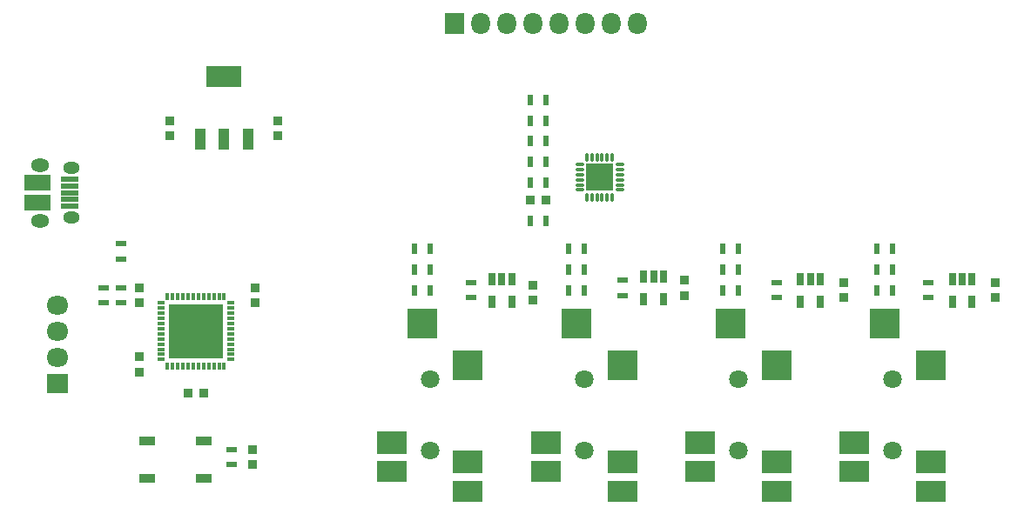
<source format=gts>
G04 #@! TF.FileFunction,Soldermask,Top*
%FSLAX46Y46*%
G04 Gerber Fmt 4.6, Leading zero omitted, Abs format (unit mm)*
G04 Created by KiCad (PCBNEW 4.0.1-3.201512221402+6198~38~ubuntu14.04.1-stable) date Wed 24 Feb 2016 01:49:48 AM EST*
%MOMM*%
G01*
G04 APERTURE LIST*
%ADD10C,0.100000*%
%ADD11R,0.750000X1.160000*%
%ADD12O,0.350000X0.900000*%
%ADD13O,0.900000X0.350000*%
%ADD14R,1.350000X1.350000*%
%ADD15R,0.350000X0.800000*%
%ADD16R,0.800000X0.350000*%
%ADD17R,1.387500X1.387500*%
%ADD18R,3.350000X2.000000*%
%ADD19R,1.050000X2.000000*%
%ADD20R,1.600000X0.950000*%
%ADD21R,2.900000X2.900000*%
%ADD22R,2.900000X2.300000*%
%ADD23R,2.900000X2.100000*%
%ADD24C,1.800000*%
%ADD25R,2.132000X1.827200*%
%ADD26O,2.132000X1.827200*%
%ADD27R,0.850000X0.900000*%
%ADD28R,0.900000X0.850000*%
%ADD29R,0.600000X1.000000*%
%ADD30R,1.000000X0.600000*%
%ADD31R,1.750000X0.500000*%
%ADD32O,1.600000X1.200000*%
%ADD33O,1.800000X1.300000*%
%ADD34R,2.600000X1.525000*%
%ADD35R,1.827200X2.132000*%
%ADD36O,1.827200X2.132000*%
G04 APERTURE END LIST*
D10*
D11*
X162700000Y-87400000D03*
X161750000Y-87400000D03*
X160800000Y-87400000D03*
X160800000Y-89600000D03*
X162700000Y-89600000D03*
X147950000Y-87400000D03*
X147000000Y-87400000D03*
X146050000Y-87400000D03*
X146050000Y-89600000D03*
X147950000Y-89600000D03*
X132700000Y-87150000D03*
X131750000Y-87150000D03*
X130800000Y-87150000D03*
X130800000Y-89350000D03*
X132700000Y-89350000D03*
X117950000Y-87400000D03*
X117000000Y-87400000D03*
X116050000Y-87400000D03*
X116050000Y-89600000D03*
X117950000Y-89600000D03*
D12*
X125250000Y-79450000D03*
X125750000Y-79450000D03*
X126250000Y-79450000D03*
X126750000Y-79450000D03*
X127250000Y-79450000D03*
X127750000Y-79450000D03*
D13*
X128450000Y-78750000D03*
X128450000Y-78250000D03*
X128450000Y-77750000D03*
X128450000Y-77250000D03*
X128450000Y-76750000D03*
X128450000Y-76250000D03*
D12*
X127750000Y-75550000D03*
X127250000Y-75550000D03*
X126750000Y-75550000D03*
X126250000Y-75550000D03*
X125750000Y-75550000D03*
X125250000Y-75550000D03*
D13*
X124550000Y-76250000D03*
X124550000Y-76750000D03*
X124550000Y-77250000D03*
X124550000Y-77750000D03*
X124550000Y-78250000D03*
X124550000Y-78750000D03*
D14*
X127125000Y-76875000D03*
X125875000Y-76875000D03*
X127125000Y-78125000D03*
X125875000Y-78125000D03*
D15*
X84500000Y-95900000D03*
X85000000Y-95900000D03*
X85500000Y-95900000D03*
X86000000Y-95900000D03*
X86500000Y-95900000D03*
X87000000Y-95900000D03*
X87500000Y-95900000D03*
X88000000Y-95900000D03*
X88500000Y-95900000D03*
X89000000Y-95900000D03*
X89500000Y-95900000D03*
X90000000Y-95900000D03*
D16*
X90650000Y-95250000D03*
X90650000Y-94750000D03*
X90650000Y-94250000D03*
X90650000Y-93750000D03*
X90650000Y-93250000D03*
X90650000Y-92750000D03*
X90650000Y-92250000D03*
X90650000Y-91750000D03*
X90650000Y-91250000D03*
X90650000Y-90750000D03*
X90650000Y-90250000D03*
X90650000Y-89750000D03*
D15*
X90000000Y-89100000D03*
X89500000Y-89100000D03*
X89000000Y-89100000D03*
X88500000Y-89100000D03*
X88000000Y-89100000D03*
X87500000Y-89100000D03*
X87000000Y-89100000D03*
X86500000Y-89100000D03*
X86000000Y-89100000D03*
X85500000Y-89100000D03*
X85000000Y-89100000D03*
X84500000Y-89100000D03*
D16*
X83850000Y-89750000D03*
X83850000Y-90250000D03*
X83850000Y-90750000D03*
X83850000Y-91250000D03*
X83850000Y-91750000D03*
X83850000Y-92250000D03*
X83850000Y-92750000D03*
X83850000Y-93250000D03*
X83850000Y-93750000D03*
X83850000Y-94250000D03*
X83850000Y-94750000D03*
X83850000Y-95250000D03*
D17*
X89181250Y-90568750D03*
X87893750Y-90568750D03*
X86606250Y-90568750D03*
X85318750Y-90568750D03*
X89181250Y-91856250D03*
X87893750Y-91856250D03*
X86606250Y-91856250D03*
X85318750Y-91856250D03*
X89181250Y-93143750D03*
X87893750Y-93143750D03*
X86606250Y-93143750D03*
X85318750Y-93143750D03*
X89181250Y-94431250D03*
X87893750Y-94431250D03*
X86606250Y-94431250D03*
X85318750Y-94431250D03*
D18*
X90000000Y-67700000D03*
D19*
X87700000Y-73800000D03*
X90000000Y-73800000D03*
X92300000Y-73800000D03*
D20*
X82500000Y-106850000D03*
X88000000Y-106850000D03*
X88000000Y-103150000D03*
X82500000Y-103150000D03*
D21*
X154250000Y-91750000D03*
X158700000Y-95850000D03*
D22*
X158700000Y-105250000D03*
D23*
X158700000Y-108050000D03*
X151300000Y-106150000D03*
D22*
X151300000Y-103350000D03*
D24*
X155000000Y-104150000D03*
X155000000Y-97150000D03*
D21*
X124250000Y-91750000D03*
X128700000Y-95850000D03*
D22*
X128700000Y-105250000D03*
D23*
X128700000Y-108050000D03*
X121300000Y-106150000D03*
D22*
X121300000Y-103350000D03*
D24*
X125000000Y-104150000D03*
X125000000Y-97150000D03*
D21*
X139250000Y-91750000D03*
X143700000Y-95850000D03*
D22*
X143700000Y-105250000D03*
D23*
X143700000Y-108050000D03*
X136300000Y-106150000D03*
D22*
X136300000Y-103350000D03*
D24*
X140000000Y-104150000D03*
X140000000Y-97150000D03*
D21*
X109250000Y-91750000D03*
X113700000Y-95850000D03*
D22*
X113700000Y-105250000D03*
D23*
X113700000Y-108050000D03*
X106300000Y-106150000D03*
D22*
X106300000Y-103350000D03*
D24*
X110000000Y-104150000D03*
X110000000Y-97150000D03*
D25*
X73750000Y-97580000D03*
D26*
X73750000Y-95040000D03*
X73750000Y-92500000D03*
X73750000Y-89960000D03*
D27*
X95250000Y-73500000D03*
X95250000Y-72000000D03*
X84750000Y-73500000D03*
X84750000Y-72000000D03*
X92750000Y-105500000D03*
X92750000Y-104000000D03*
D28*
X121250000Y-79750000D03*
X119750000Y-79750000D03*
D27*
X81750000Y-88250000D03*
X81750000Y-89750000D03*
D28*
X88000000Y-98500000D03*
X86500000Y-98500000D03*
D27*
X93000000Y-88250000D03*
X93000000Y-89750000D03*
X120000000Y-89500000D03*
X120000000Y-88000000D03*
X134750000Y-89000000D03*
X134750000Y-87500000D03*
X150250000Y-89250000D03*
X150250000Y-87750000D03*
X165000000Y-89250000D03*
X165000000Y-87750000D03*
X81750000Y-96500000D03*
X81750000Y-95000000D03*
D29*
X119750000Y-76000000D03*
X121250000Y-76000000D03*
D30*
X80000000Y-88250000D03*
X80000000Y-89750000D03*
X78250000Y-89750000D03*
X78250000Y-88250000D03*
D29*
X119750000Y-74000000D03*
X121250000Y-74000000D03*
D30*
X90750000Y-104000000D03*
X90750000Y-105500000D03*
X80000000Y-84000000D03*
X80000000Y-85500000D03*
D29*
X119750000Y-81750000D03*
X121250000Y-81750000D03*
X121250000Y-78000000D03*
X119750000Y-78000000D03*
X108500000Y-86500000D03*
X110000000Y-86500000D03*
X108500000Y-84500000D03*
X110000000Y-84500000D03*
X123500000Y-86500000D03*
X125000000Y-86500000D03*
X123500000Y-84500000D03*
X125000000Y-84500000D03*
X138500000Y-86500000D03*
X140000000Y-86500000D03*
X138500000Y-84500000D03*
X140000000Y-84500000D03*
X153500000Y-86500000D03*
X155000000Y-86500000D03*
X153500000Y-84500000D03*
X155000000Y-84500000D03*
X110000000Y-88500000D03*
X108500000Y-88500000D03*
X140000000Y-88500000D03*
X138500000Y-88500000D03*
X125000000Y-88500000D03*
X123500000Y-88500000D03*
X155000000Y-88500000D03*
X153500000Y-88500000D03*
D30*
X114000000Y-87750000D03*
X114000000Y-89250000D03*
X128750000Y-87500000D03*
X128750000Y-89000000D03*
X143750000Y-87750000D03*
X143750000Y-89250000D03*
X158500000Y-87750000D03*
X158500000Y-89250000D03*
D29*
X119750000Y-72000000D03*
X121250000Y-72000000D03*
X119750000Y-70000000D03*
X121250000Y-70000000D03*
D31*
X75000000Y-77725000D03*
X75000000Y-78375000D03*
X75000000Y-79024100D03*
X75000000Y-79675000D03*
X75000000Y-80325000D03*
D32*
X75125000Y-76600000D03*
X75125000Y-81450000D03*
D33*
X72125000Y-76300000D03*
X72125000Y-81750000D03*
D34*
X71875000Y-78062500D03*
X71875000Y-79987500D03*
D35*
X112380000Y-62500000D03*
D36*
X114920000Y-62500000D03*
X117460000Y-62500000D03*
X120000000Y-62500000D03*
X122540000Y-62500000D03*
X125080000Y-62500000D03*
X127620000Y-62500000D03*
X130160000Y-62500000D03*
M02*

</source>
